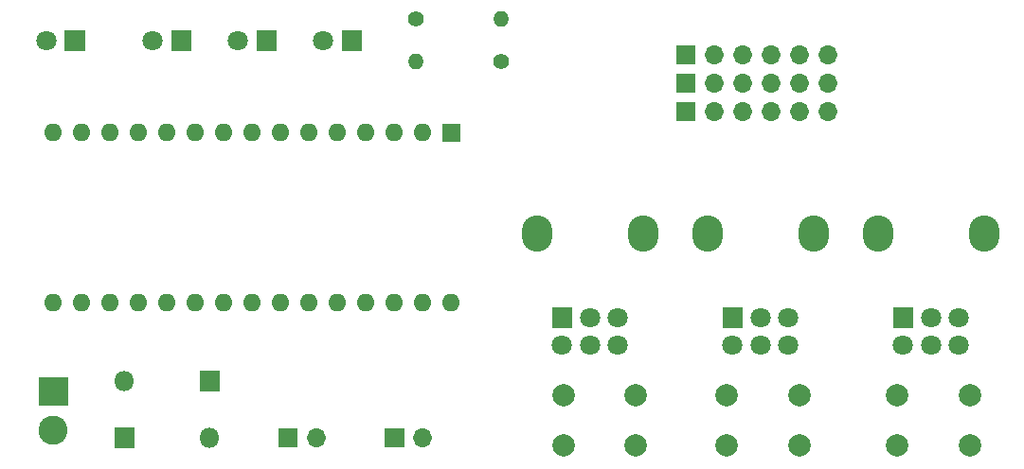
<source format=gbr>
%TF.GenerationSoftware,KiCad,Pcbnew,(5.1.9)-1*%
%TF.CreationDate,2021-09-21T00:59:17-04:00*%
%TF.ProjectId,Servo-Simple-Tester-ver-0.1,53657276-6f2d-4536-996d-706c652d5465,rev?*%
%TF.SameCoordinates,Original*%
%TF.FileFunction,Soldermask,Top*%
%TF.FilePolarity,Negative*%
%FSLAX46Y46*%
G04 Gerber Fmt 4.6, Leading zero omitted, Abs format (unit mm)*
G04 Created by KiCad (PCBNEW (5.1.9)-1) date 2021-09-21 00:59:17*
%MOMM*%
%LPD*%
G01*
G04 APERTURE LIST*
%ADD10O,1.704000X1.704000*%
%ADD11C,1.804000*%
%ADD12C,2.004000*%
%ADD13O,2.724000X3.244000*%
%ADD14O,1.404000X1.404000*%
%ADD15C,1.404000*%
%ADD16C,2.604000*%
%ADD17O,1.804000X1.804000*%
%ADD18O,1.604000X1.604000*%
G04 APERTURE END LIST*
%TO.C,J5*%
G36*
G01*
X145630000Y-91022000D02*
X143930000Y-91022000D01*
G75*
G02*
X143928000Y-91020000I0J2000D01*
G01*
X143928000Y-89320000D01*
G75*
G02*
X143930000Y-89318000I2000J0D01*
G01*
X145630000Y-89318000D01*
G75*
G02*
X145632000Y-89320000I0J-2000D01*
G01*
X145632000Y-91020000D01*
G75*
G02*
X145630000Y-91022000I-2000J0D01*
G01*
G37*
D10*
X154940000Y-90170000D03*
X147320000Y-90170000D03*
X149860000Y-90170000D03*
X157480000Y-90170000D03*
X152400000Y-90170000D03*
%TD*%
%TO.C,J4*%
G36*
G01*
X145630000Y-93562000D02*
X143930000Y-93562000D01*
G75*
G02*
X143928000Y-93560000I0J2000D01*
G01*
X143928000Y-91860000D01*
G75*
G02*
X143930000Y-91858000I2000J0D01*
G01*
X145630000Y-91858000D01*
G75*
G02*
X145632000Y-91860000I0J-2000D01*
G01*
X145632000Y-93560000D01*
G75*
G02*
X145630000Y-93562000I-2000J0D01*
G01*
G37*
X154940000Y-92710000D03*
X147320000Y-92710000D03*
X149860000Y-92710000D03*
X157480000Y-92710000D03*
X152400000Y-92710000D03*
%TD*%
%TO.C,J3*%
G36*
G01*
X145630000Y-96102000D02*
X143930000Y-96102000D01*
G75*
G02*
X143928000Y-96100000I0J2000D01*
G01*
X143928000Y-94400000D01*
G75*
G02*
X143930000Y-94398000I2000J0D01*
G01*
X145630000Y-94398000D01*
G75*
G02*
X145632000Y-94400000I0J-2000D01*
G01*
X145632000Y-96100000D01*
G75*
G02*
X145630000Y-96102000I-2000J0D01*
G01*
G37*
X154940000Y-95250000D03*
X147320000Y-95250000D03*
X149860000Y-95250000D03*
X157480000Y-95250000D03*
X152400000Y-95250000D03*
%TD*%
D11*
%TO.C,D1*%
X87630000Y-88900000D03*
G36*
G01*
X91072000Y-88000000D02*
X91072000Y-89800000D01*
G75*
G02*
X91070000Y-89802000I-2000J0D01*
G01*
X89270000Y-89802000D01*
G75*
G02*
X89268000Y-89800000I0J2000D01*
G01*
X89268000Y-88000000D01*
G75*
G02*
X89270000Y-87998000I2000J0D01*
G01*
X91070000Y-87998000D01*
G75*
G02*
X91072000Y-88000000I0J-2000D01*
G01*
G37*
%TD*%
D10*
%TO.C,J2*%
X111760000Y-124460000D03*
G36*
G01*
X110070000Y-125312000D02*
X108370000Y-125312000D01*
G75*
G02*
X108368000Y-125310000I0J2000D01*
G01*
X108368000Y-123610000D01*
G75*
G02*
X108370000Y-123608000I2000J0D01*
G01*
X110070000Y-123608000D01*
G75*
G02*
X110072000Y-123610000I0J-2000D01*
G01*
X110072000Y-125310000D01*
G75*
G02*
X110070000Y-125312000I-2000J0D01*
G01*
G37*
%TD*%
%TO.C,J1*%
X121285000Y-124460000D03*
G36*
G01*
X119595000Y-125312000D02*
X117895000Y-125312000D01*
G75*
G02*
X117893000Y-125310000I0J2000D01*
G01*
X117893000Y-123610000D01*
G75*
G02*
X117895000Y-123608000I2000J0D01*
G01*
X119595000Y-123608000D01*
G75*
G02*
X119597000Y-123610000I0J-2000D01*
G01*
X119597000Y-125310000D01*
G75*
G02*
X119595000Y-125312000I-2000J0D01*
G01*
G37*
%TD*%
D12*
%TO.C,SW3*%
X154940000Y-120650000D03*
X154940000Y-125150000D03*
X148440000Y-120650000D03*
X148440000Y-125150000D03*
%TD*%
%TO.C,SW2*%
X140335000Y-120650000D03*
X140335000Y-125150000D03*
X133835000Y-120650000D03*
X133835000Y-125150000D03*
%TD*%
%TO.C,SW1*%
X170180000Y-120650000D03*
X170180000Y-125150000D03*
X163680000Y-120650000D03*
X163680000Y-125150000D03*
%TD*%
D11*
%TO.C,RV3*%
X164200000Y-116205000D03*
X166700000Y-116205000D03*
X169200000Y-116205000D03*
D13*
X161950000Y-106205000D03*
X171450000Y-106205000D03*
D11*
X169200000Y-113705000D03*
X166700000Y-113705000D03*
G36*
G01*
X165102000Y-112805000D02*
X165102000Y-114605000D01*
G75*
G02*
X165100000Y-114607000I-2000J0D01*
G01*
X163300000Y-114607000D01*
G75*
G02*
X163298000Y-114605000I0J2000D01*
G01*
X163298000Y-112805000D01*
G75*
G02*
X163300000Y-112803000I2000J0D01*
G01*
X165100000Y-112803000D01*
G75*
G02*
X165102000Y-112805000I0J-2000D01*
G01*
G37*
%TD*%
%TO.C,RV2*%
X148960000Y-116205000D03*
X151460000Y-116205000D03*
X153960000Y-116205000D03*
D13*
X146710000Y-106205000D03*
X156210000Y-106205000D03*
D11*
X153960000Y-113705000D03*
X151460000Y-113705000D03*
G36*
G01*
X149862000Y-112805000D02*
X149862000Y-114605000D01*
G75*
G02*
X149860000Y-114607000I-2000J0D01*
G01*
X148060000Y-114607000D01*
G75*
G02*
X148058000Y-114605000I0J2000D01*
G01*
X148058000Y-112805000D01*
G75*
G02*
X148060000Y-112803000I2000J0D01*
G01*
X149860000Y-112803000D01*
G75*
G02*
X149862000Y-112805000I0J-2000D01*
G01*
G37*
%TD*%
%TO.C,RV1*%
X133720000Y-116205000D03*
X136220000Y-116205000D03*
X138720000Y-116205000D03*
D13*
X131470000Y-106205000D03*
X140970000Y-106205000D03*
D11*
X138720000Y-113705000D03*
X136220000Y-113705000D03*
G36*
G01*
X134622000Y-112805000D02*
X134622000Y-114605000D01*
G75*
G02*
X134620000Y-114607000I-2000J0D01*
G01*
X132820000Y-114607000D01*
G75*
G02*
X132818000Y-114605000I0J2000D01*
G01*
X132818000Y-112805000D01*
G75*
G02*
X132820000Y-112803000I2000J0D01*
G01*
X134620000Y-112803000D01*
G75*
G02*
X134622000Y-112805000I0J-2000D01*
G01*
G37*
%TD*%
D14*
%TO.C,R2*%
X128270000Y-86995000D03*
D15*
X120650000Y-86995000D03*
%TD*%
D14*
%TO.C,R1*%
X120650000Y-90805000D03*
D15*
X128270000Y-90805000D03*
%TD*%
D16*
%TO.C,J6*%
X88265000Y-123825000D03*
G36*
G01*
X86965000Y-119023000D02*
X89565000Y-119023000D01*
G75*
G02*
X89567000Y-119025000I0J-2000D01*
G01*
X89567000Y-121625000D01*
G75*
G02*
X89565000Y-121627000I-2000J0D01*
G01*
X86965000Y-121627000D01*
G75*
G02*
X86963000Y-121625000I0J2000D01*
G01*
X86963000Y-119025000D01*
G75*
G02*
X86965000Y-119023000I2000J0D01*
G01*
G37*
%TD*%
D17*
%TO.C,D6*%
X94615000Y-119380000D03*
G36*
G01*
X103137000Y-118480000D02*
X103137000Y-120280000D01*
G75*
G02*
X103135000Y-120282000I-2000J0D01*
G01*
X101335000Y-120282000D01*
G75*
G02*
X101333000Y-120280000I0J2000D01*
G01*
X101333000Y-118480000D01*
G75*
G02*
X101335000Y-118478000I2000J0D01*
G01*
X103135000Y-118478000D01*
G75*
G02*
X103137000Y-118480000I0J-2000D01*
G01*
G37*
%TD*%
%TO.C,D5*%
X102235000Y-124460000D03*
G36*
G01*
X93713000Y-125360000D02*
X93713000Y-123560000D01*
G75*
G02*
X93715000Y-123558000I2000J0D01*
G01*
X95515000Y-123558000D01*
G75*
G02*
X95517000Y-123560000I0J-2000D01*
G01*
X95517000Y-125360000D01*
G75*
G02*
X95515000Y-125362000I-2000J0D01*
G01*
X93715000Y-125362000D01*
G75*
G02*
X93713000Y-125360000I0J2000D01*
G01*
G37*
%TD*%
D11*
%TO.C,D4*%
X112395000Y-88900000D03*
G36*
G01*
X115837000Y-88000000D02*
X115837000Y-89800000D01*
G75*
G02*
X115835000Y-89802000I-2000J0D01*
G01*
X114035000Y-89802000D01*
G75*
G02*
X114033000Y-89800000I0J2000D01*
G01*
X114033000Y-88000000D01*
G75*
G02*
X114035000Y-87998000I2000J0D01*
G01*
X115835000Y-87998000D01*
G75*
G02*
X115837000Y-88000000I0J-2000D01*
G01*
G37*
%TD*%
%TO.C,D3*%
X104775000Y-88900000D03*
G36*
G01*
X108217000Y-88000000D02*
X108217000Y-89800000D01*
G75*
G02*
X108215000Y-89802000I-2000J0D01*
G01*
X106415000Y-89802000D01*
G75*
G02*
X106413000Y-89800000I0J2000D01*
G01*
X106413000Y-88000000D01*
G75*
G02*
X106415000Y-87998000I2000J0D01*
G01*
X108215000Y-87998000D01*
G75*
G02*
X108217000Y-88000000I0J-2000D01*
G01*
G37*
%TD*%
%TO.C,D2*%
X97155000Y-88900000D03*
G36*
G01*
X100597000Y-88000000D02*
X100597000Y-89800000D01*
G75*
G02*
X100595000Y-89802000I-2000J0D01*
G01*
X98795000Y-89802000D01*
G75*
G02*
X98793000Y-89800000I0J2000D01*
G01*
X98793000Y-88000000D01*
G75*
G02*
X98795000Y-87998000I2000J0D01*
G01*
X100595000Y-87998000D01*
G75*
G02*
X100597000Y-88000000I0J-2000D01*
G01*
G37*
%TD*%
D18*
%TO.C,A1*%
X88265000Y-112395000D03*
X88265000Y-97155000D03*
X123825000Y-112395000D03*
X90805000Y-97155000D03*
X121285000Y-112395000D03*
X93345000Y-97155000D03*
X118745000Y-112395000D03*
X95885000Y-97155000D03*
X116205000Y-112395000D03*
X98425000Y-97155000D03*
X113665000Y-112395000D03*
X100965000Y-97155000D03*
X111125000Y-112395000D03*
X103505000Y-97155000D03*
X108585000Y-112395000D03*
X106045000Y-97155000D03*
X106045000Y-112395000D03*
X108585000Y-97155000D03*
X103505000Y-112395000D03*
X111125000Y-97155000D03*
X100965000Y-112395000D03*
X113665000Y-97155000D03*
X98425000Y-112395000D03*
X116205000Y-97155000D03*
X95885000Y-112395000D03*
X118745000Y-97155000D03*
X93345000Y-112395000D03*
X121285000Y-97155000D03*
X90805000Y-112395000D03*
G36*
G01*
X123025000Y-96353000D02*
X124625000Y-96353000D01*
G75*
G02*
X124627000Y-96355000I0J-2000D01*
G01*
X124627000Y-97955000D01*
G75*
G02*
X124625000Y-97957000I-2000J0D01*
G01*
X123025000Y-97957000D01*
G75*
G02*
X123023000Y-97955000I0J2000D01*
G01*
X123023000Y-96355000D01*
G75*
G02*
X123025000Y-96353000I2000J0D01*
G01*
G37*
%TD*%
M02*

</source>
